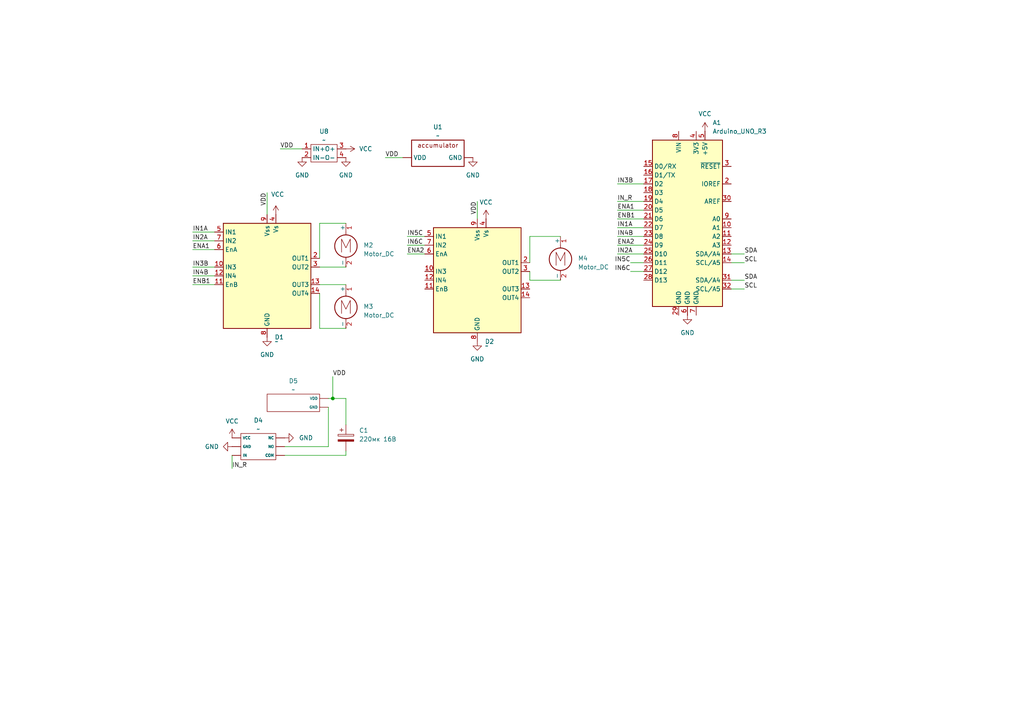
<source format=kicad_sch>
(kicad_sch
	(version 20231120)
	(generator "eeschema")
	(generator_version "8.0")
	(uuid "d1f21f6b-82ea-4524-ae08-306fd5450ac7")
	(paper "A4")
	(lib_symbols
		(symbol "Device:C_Polarized"
			(pin_numbers hide)
			(pin_names
				(offset 0.254)
			)
			(exclude_from_sim no)
			(in_bom yes)
			(on_board yes)
			(property "Reference" "C"
				(at 0.635 2.54 0)
				(effects
					(font
						(size 1.27 1.27)
					)
					(justify left)
				)
			)
			(property "Value" "C_Polarized"
				(at 0.635 -2.54 0)
				(effects
					(font
						(size 1.27 1.27)
					)
					(justify left)
				)
			)
			(property "Footprint" ""
				(at 0.9652 -3.81 0)
				(effects
					(font
						(size 1.27 1.27)
					)
					(hide yes)
				)
			)
			(property "Datasheet" "~"
				(at 0 0 0)
				(effects
					(font
						(size 1.27 1.27)
					)
					(hide yes)
				)
			)
			(property "Description" "Polarized capacitor"
				(at 0 0 0)
				(effects
					(font
						(size 1.27 1.27)
					)
					(hide yes)
				)
			)
			(property "ki_keywords" "cap capacitor"
				(at 0 0 0)
				(effects
					(font
						(size 1.27 1.27)
					)
					(hide yes)
				)
			)
			(property "ki_fp_filters" "CP_*"
				(at 0 0 0)
				(effects
					(font
						(size 1.27 1.27)
					)
					(hide yes)
				)
			)
			(symbol "C_Polarized_0_1"
				(rectangle
					(start -2.286 0.508)
					(end 2.286 1.016)
					(stroke
						(width 0)
						(type default)
					)
					(fill
						(type none)
					)
				)
				(polyline
					(pts
						(xy -1.778 2.286) (xy -0.762 2.286)
					)
					(stroke
						(width 0)
						(type default)
					)
					(fill
						(type none)
					)
				)
				(polyline
					(pts
						(xy -1.27 2.794) (xy -1.27 1.778)
					)
					(stroke
						(width 0)
						(type default)
					)
					(fill
						(type none)
					)
				)
				(rectangle
					(start 2.286 -0.508)
					(end -2.286 -1.016)
					(stroke
						(width 0)
						(type default)
					)
					(fill
						(type outline)
					)
				)
			)
			(symbol "C_Polarized_1_1"
				(pin passive line
					(at 0 3.81 270)
					(length 2.794)
					(name "~"
						(effects
							(font
								(size 1.27 1.27)
							)
						)
					)
					(number "1"
						(effects
							(font
								(size 1.27 1.27)
							)
						)
					)
				)
				(pin passive line
					(at 0 -3.81 90)
					(length 2.794)
					(name "~"
						(effects
							(font
								(size 1.27 1.27)
							)
						)
					)
					(number "2"
						(effects
							(font
								(size 1.27 1.27)
							)
						)
					)
				)
			)
		)
		(symbol "MCU_Module:Arduino_UNO_R3"
			(exclude_from_sim no)
			(in_bom yes)
			(on_board yes)
			(property "Reference" "A"
				(at -10.16 23.495 0)
				(effects
					(font
						(size 1.27 1.27)
					)
					(justify left bottom)
				)
			)
			(property "Value" "Arduino_UNO_R3"
				(at 5.08 -26.67 0)
				(effects
					(font
						(size 1.27 1.27)
					)
					(justify left top)
				)
			)
			(property "Footprint" "Module:Arduino_UNO_R3"
				(at 0 0 0)
				(effects
					(font
						(size 1.27 1.27)
						(italic yes)
					)
					(hide yes)
				)
			)
			(property "Datasheet" "https://www.arduino.cc/en/Main/arduinoBoardUno"
				(at 0 0 0)
				(effects
					(font
						(size 1.27 1.27)
					)
					(hide yes)
				)
			)
			(property "Description" "Arduino UNO Microcontroller Module, release 3"
				(at 0 0 0)
				(effects
					(font
						(size 1.27 1.27)
					)
					(hide yes)
				)
			)
			(property "ki_keywords" "Arduino UNO R3 Microcontroller Module Atmel AVR USB"
				(at 0 0 0)
				(effects
					(font
						(size 1.27 1.27)
					)
					(hide yes)
				)
			)
			(property "ki_fp_filters" "Arduino*UNO*R3*"
				(at 0 0 0)
				(effects
					(font
						(size 1.27 1.27)
					)
					(hide yes)
				)
			)
			(symbol "Arduino_UNO_R3_0_1"
				(rectangle
					(start -10.16 22.86)
					(end 10.16 -25.4)
					(stroke
						(width 0.254)
						(type default)
					)
					(fill
						(type background)
					)
				)
			)
			(symbol "Arduino_UNO_R3_1_1"
				(pin no_connect line
					(at -10.16 -20.32 0)
					(length 2.54) hide
					(name "NC"
						(effects
							(font
								(size 1.27 1.27)
							)
						)
					)
					(number "1"
						(effects
							(font
								(size 1.27 1.27)
							)
						)
					)
				)
				(pin bidirectional line
					(at 12.7 -2.54 180)
					(length 2.54)
					(name "A1"
						(effects
							(font
								(size 1.27 1.27)
							)
						)
					)
					(number "10"
						(effects
							(font
								(size 1.27 1.27)
							)
						)
					)
				)
				(pin bidirectional line
					(at 12.7 -5.08 180)
					(length 2.54)
					(name "A2"
						(effects
							(font
								(size 1.27 1.27)
							)
						)
					)
					(number "11"
						(effects
							(font
								(size 1.27 1.27)
							)
						)
					)
				)
				(pin bidirectional line
					(at 12.7 -7.62 180)
					(length 2.54)
					(name "A3"
						(effects
							(font
								(size 1.27 1.27)
							)
						)
					)
					(number "12"
						(effects
							(font
								(size 1.27 1.27)
							)
						)
					)
				)
				(pin bidirectional line
					(at 12.7 -10.16 180)
					(length 2.54)
					(name "SDA/A4"
						(effects
							(font
								(size 1.27 1.27)
							)
						)
					)
					(number "13"
						(effects
							(font
								(size 1.27 1.27)
							)
						)
					)
				)
				(pin bidirectional line
					(at 12.7 -12.7 180)
					(length 2.54)
					(name "SCL/A5"
						(effects
							(font
								(size 1.27 1.27)
							)
						)
					)
					(number "14"
						(effects
							(font
								(size 1.27 1.27)
							)
						)
					)
				)
				(pin bidirectional line
					(at -12.7 15.24 0)
					(length 2.54)
					(name "D0/RX"
						(effects
							(font
								(size 1.27 1.27)
							)
						)
					)
					(number "15"
						(effects
							(font
								(size 1.27 1.27)
							)
						)
					)
				)
				(pin bidirectional line
					(at -12.7 12.7 0)
					(length 2.54)
					(name "D1/TX"
						(effects
							(font
								(size 1.27 1.27)
							)
						)
					)
					(number "16"
						(effects
							(font
								(size 1.27 1.27)
							)
						)
					)
				)
				(pin bidirectional line
					(at -12.7 10.16 0)
					(length 2.54)
					(name "D2"
						(effects
							(font
								(size 1.27 1.27)
							)
						)
					)
					(number "17"
						(effects
							(font
								(size 1.27 1.27)
							)
						)
					)
				)
				(pin bidirectional line
					(at -12.7 7.62 0)
					(length 2.54)
					(name "D3"
						(effects
							(font
								(size 1.27 1.27)
							)
						)
					)
					(number "18"
						(effects
							(font
								(size 1.27 1.27)
							)
						)
					)
				)
				(pin bidirectional line
					(at -12.7 5.08 0)
					(length 2.54)
					(name "D4"
						(effects
							(font
								(size 1.27 1.27)
							)
						)
					)
					(number "19"
						(effects
							(font
								(size 1.27 1.27)
							)
						)
					)
				)
				(pin output line
					(at 12.7 10.16 180)
					(length 2.54)
					(name "IOREF"
						(effects
							(font
								(size 1.27 1.27)
							)
						)
					)
					(number "2"
						(effects
							(font
								(size 1.27 1.27)
							)
						)
					)
				)
				(pin bidirectional line
					(at -12.7 2.54 0)
					(length 2.54)
					(name "D5"
						(effects
							(font
								(size 1.27 1.27)
							)
						)
					)
					(number "20"
						(effects
							(font
								(size 1.27 1.27)
							)
						)
					)
				)
				(pin bidirectional line
					(at -12.7 0 0)
					(length 2.54)
					(name "D6"
						(effects
							(font
								(size 1.27 1.27)
							)
						)
					)
					(number "21"
						(effects
							(font
								(size 1.27 1.27)
							)
						)
					)
				)
				(pin bidirectional line
					(at -12.7 -2.54 0)
					(length 2.54)
					(name "D7"
						(effects
							(font
								(size 1.27 1.27)
							)
						)
					)
					(number "22"
						(effects
							(font
								(size 1.27 1.27)
							)
						)
					)
				)
				(pin bidirectional line
					(at -12.7 -5.08 0)
					(length 2.54)
					(name "D8"
						(effects
							(font
								(size 1.27 1.27)
							)
						)
					)
					(number "23"
						(effects
							(font
								(size 1.27 1.27)
							)
						)
					)
				)
				(pin bidirectional line
					(at -12.7 -7.62 0)
					(length 2.54)
					(name "D9"
						(effects
							(font
								(size 1.27 1.27)
							)
						)
					)
					(number "24"
						(effects
							(font
								(size 1.27 1.27)
							)
						)
					)
				)
				(pin bidirectional line
					(at -12.7 -10.16 0)
					(length 2.54)
					(name "D10"
						(effects
							(font
								(size 1.27 1.27)
							)
						)
					)
					(number "25"
						(effects
							(font
								(size 1.27 1.27)
							)
						)
					)
				)
				(pin bidirectional line
					(at -12.7 -12.7 0)
					(length 2.54)
					(name "D11"
						(effects
							(font
								(size 1.27 1.27)
							)
						)
					)
					(number "26"
						(effects
							(font
								(size 1.27 1.27)
							)
						)
					)
				)
				(pin bidirectional line
					(at -12.7 -15.24 0)
					(length 2.54)
					(name "D12"
						(effects
							(font
								(size 1.27 1.27)
							)
						)
					)
					(number "27"
						(effects
							(font
								(size 1.27 1.27)
							)
						)
					)
				)
				(pin bidirectional line
					(at -12.7 -17.78 0)
					(length 2.54)
					(name "D13"
						(effects
							(font
								(size 1.27 1.27)
							)
						)
					)
					(number "28"
						(effects
							(font
								(size 1.27 1.27)
							)
						)
					)
				)
				(pin power_in line
					(at -2.54 -27.94 90)
					(length 2.54)
					(name "GND"
						(effects
							(font
								(size 1.27 1.27)
							)
						)
					)
					(number "29"
						(effects
							(font
								(size 1.27 1.27)
							)
						)
					)
				)
				(pin input line
					(at 12.7 15.24 180)
					(length 2.54)
					(name "~{RESET}"
						(effects
							(font
								(size 1.27 1.27)
							)
						)
					)
					(number "3"
						(effects
							(font
								(size 1.27 1.27)
							)
						)
					)
				)
				(pin input line
					(at 12.7 5.08 180)
					(length 2.54)
					(name "AREF"
						(effects
							(font
								(size 1.27 1.27)
							)
						)
					)
					(number "30"
						(effects
							(font
								(size 1.27 1.27)
							)
						)
					)
				)
				(pin bidirectional line
					(at 12.7 -17.78 180)
					(length 2.54)
					(name "SDA/A4"
						(effects
							(font
								(size 1.27 1.27)
							)
						)
					)
					(number "31"
						(effects
							(font
								(size 1.27 1.27)
							)
						)
					)
				)
				(pin bidirectional line
					(at 12.7 -20.32 180)
					(length 2.54)
					(name "SCL/A5"
						(effects
							(font
								(size 1.27 1.27)
							)
						)
					)
					(number "32"
						(effects
							(font
								(size 1.27 1.27)
							)
						)
					)
				)
				(pin power_out line
					(at 2.54 25.4 270)
					(length 2.54)
					(name "3V3"
						(effects
							(font
								(size 1.27 1.27)
							)
						)
					)
					(number "4"
						(effects
							(font
								(size 1.27 1.27)
							)
						)
					)
				)
				(pin power_out line
					(at 5.08 25.4 270)
					(length 2.54)
					(name "+5V"
						(effects
							(font
								(size 1.27 1.27)
							)
						)
					)
					(number "5"
						(effects
							(font
								(size 1.27 1.27)
							)
						)
					)
				)
				(pin power_in line
					(at 0 -27.94 90)
					(length 2.54)
					(name "GND"
						(effects
							(font
								(size 1.27 1.27)
							)
						)
					)
					(number "6"
						(effects
							(font
								(size 1.27 1.27)
							)
						)
					)
				)
				(pin power_in line
					(at 2.54 -27.94 90)
					(length 2.54)
					(name "GND"
						(effects
							(font
								(size 1.27 1.27)
							)
						)
					)
					(number "7"
						(effects
							(font
								(size 1.27 1.27)
							)
						)
					)
				)
				(pin power_in line
					(at -2.54 25.4 270)
					(length 2.54)
					(name "VIN"
						(effects
							(font
								(size 1.27 1.27)
							)
						)
					)
					(number "8"
						(effects
							(font
								(size 1.27 1.27)
							)
						)
					)
				)
				(pin bidirectional line
					(at 12.7 0 180)
					(length 2.54)
					(name "A0"
						(effects
							(font
								(size 1.27 1.27)
							)
						)
					)
					(number "9"
						(effects
							(font
								(size 1.27 1.27)
							)
						)
					)
				)
			)
		)
		(symbol "Motor:Motor_DC"
			(pin_names
				(offset 0)
			)
			(exclude_from_sim no)
			(in_bom yes)
			(on_board yes)
			(property "Reference" "M"
				(at 2.54 2.54 0)
				(effects
					(font
						(size 1.27 1.27)
					)
					(justify left)
				)
			)
			(property "Value" "Motor_DC"
				(at 2.54 -5.08 0)
				(effects
					(font
						(size 1.27 1.27)
					)
					(justify left top)
				)
			)
			(property "Footprint" ""
				(at 0 -2.286 0)
				(effects
					(font
						(size 1.27 1.27)
					)
					(hide yes)
				)
			)
			(property "Datasheet" "~"
				(at 0 -2.286 0)
				(effects
					(font
						(size 1.27 1.27)
					)
					(hide yes)
				)
			)
			(property "Description" "DC Motor"
				(at 0 0 0)
				(effects
					(font
						(size 1.27 1.27)
					)
					(hide yes)
				)
			)
			(property "ki_keywords" "DC Motor"
				(at 0 0 0)
				(effects
					(font
						(size 1.27 1.27)
					)
					(hide yes)
				)
			)
			(property "ki_fp_filters" "PinHeader*P2.54mm* TerminalBlock*"
				(at 0 0 0)
				(effects
					(font
						(size 1.27 1.27)
					)
					(hide yes)
				)
			)
			(symbol "Motor_DC_0_0"
				(polyline
					(pts
						(xy -1.27 -3.302) (xy -1.27 0.508) (xy 0 -2.032) (xy 1.27 0.508) (xy 1.27 -3.302)
					)
					(stroke
						(width 0)
						(type default)
					)
					(fill
						(type none)
					)
				)
			)
			(symbol "Motor_DC_0_1"
				(circle
					(center 0 -1.524)
					(radius 3.2512)
					(stroke
						(width 0.254)
						(type default)
					)
					(fill
						(type none)
					)
				)
				(polyline
					(pts
						(xy 0 -7.62) (xy 0 -7.112)
					)
					(stroke
						(width 0)
						(type default)
					)
					(fill
						(type none)
					)
				)
				(polyline
					(pts
						(xy 0 -4.7752) (xy 0 -5.1816)
					)
					(stroke
						(width 0)
						(type default)
					)
					(fill
						(type none)
					)
				)
				(polyline
					(pts
						(xy 0 1.7272) (xy 0 2.0828)
					)
					(stroke
						(width 0)
						(type default)
					)
					(fill
						(type none)
					)
				)
				(polyline
					(pts
						(xy 0 2.032) (xy 0 2.54)
					)
					(stroke
						(width 0)
						(type default)
					)
					(fill
						(type none)
					)
				)
			)
			(symbol "Motor_DC_1_1"
				(pin passive line
					(at 0 5.08 270)
					(length 2.54)
					(name "+"
						(effects
							(font
								(size 1.27 1.27)
							)
						)
					)
					(number "1"
						(effects
							(font
								(size 1.27 1.27)
							)
						)
					)
				)
				(pin passive line
					(at 0 -7.62 90)
					(length 2.54)
					(name "-"
						(effects
							(font
								(size 1.27 1.27)
							)
						)
					)
					(number "2"
						(effects
							(font
								(size 1.27 1.27)
							)
						)
					)
				)
			)
		)
		(symbol "New_Library:L298N"
			(exclude_from_sim no)
			(in_bom yes)
			(on_board yes)
			(property "Reference" "D"
				(at 0 0 0)
				(effects
					(font
						(size 1.27 1.27)
					)
				)
			)
			(property "Value" ""
				(at 0 0 0)
				(effects
					(font
						(size 1.27 1.27)
					)
				)
			)
			(property "Footprint" ""
				(at 0 0 0)
				(effects
					(font
						(size 1.27 1.27)
					)
					(hide yes)
				)
			)
			(property "Datasheet" ""
				(at 0 0 0)
				(effects
					(font
						(size 1.27 1.27)
					)
					(hide yes)
				)
			)
			(property "Description" ""
				(at 0 0 0)
				(effects
					(font
						(size 1.27 1.27)
					)
					(hide yes)
				)
			)
			(symbol "L298N_0_1"
				(rectangle
					(start 2.54 17.78)
					(end 27.94 -12.7)
					(stroke
						(width 0.254)
						(type default)
					)
					(fill
						(type background)
					)
				)
			)
			(symbol "L298N_1_1"
				(pin input line
					(at 0 5.08 0)
					(length 2.54)
					(name "IN3"
						(effects
							(font
								(size 1.27 1.27)
							)
						)
					)
					(number "10"
						(effects
							(font
								(size 1.27 1.27)
							)
						)
					)
				)
				(pin input line
					(at 0 0 0)
					(length 2.54)
					(name "EnB"
						(effects
							(font
								(size 1.27 1.27)
							)
						)
					)
					(number "11"
						(effects
							(font
								(size 1.27 1.27)
							)
						)
					)
				)
				(pin input line
					(at 0 2.54 0)
					(length 2.54)
					(name "IN4"
						(effects
							(font
								(size 1.27 1.27)
							)
						)
					)
					(number "12"
						(effects
							(font
								(size 1.27 1.27)
							)
						)
					)
				)
				(pin output line
					(at 30.48 0 180)
					(length 2.54)
					(name "OUT3"
						(effects
							(font
								(size 1.27 1.27)
							)
						)
					)
					(number "13"
						(effects
							(font
								(size 1.27 1.27)
							)
						)
					)
				)
				(pin output line
					(at 30.48 -2.54 180)
					(length 2.54)
					(name "OUT4"
						(effects
							(font
								(size 1.27 1.27)
							)
						)
					)
					(number "14"
						(effects
							(font
								(size 1.27 1.27)
							)
						)
					)
				)
				(pin output line
					(at 30.48 7.62 180)
					(length 2.54)
					(name "OUT1"
						(effects
							(font
								(size 1.27 1.27)
							)
						)
					)
					(number "2"
						(effects
							(font
								(size 1.27 1.27)
							)
						)
					)
				)
				(pin output line
					(at 30.48 5.08 180)
					(length 2.54)
					(name "OUT2"
						(effects
							(font
								(size 1.27 1.27)
							)
						)
					)
					(number "3"
						(effects
							(font
								(size 1.27 1.27)
							)
						)
					)
				)
				(pin power_in line
					(at 17.78 20.32 270)
					(length 2.54)
					(name "Vs"
						(effects
							(font
								(size 1.27 1.27)
							)
						)
					)
					(number "4"
						(effects
							(font
								(size 1.27 1.27)
							)
						)
					)
				)
				(pin input line
					(at 0 15.24 0)
					(length 2.54)
					(name "IN1"
						(effects
							(font
								(size 1.27 1.27)
							)
						)
					)
					(number "5"
						(effects
							(font
								(size 1.27 1.27)
							)
						)
					)
				)
				(pin input line
					(at 0 10.16 0)
					(length 2.54)
					(name "EnA"
						(effects
							(font
								(size 1.27 1.27)
							)
						)
					)
					(number "6"
						(effects
							(font
								(size 1.27 1.27)
							)
						)
					)
				)
				(pin input line
					(at 0 12.7 0)
					(length 2.54)
					(name "IN2"
						(effects
							(font
								(size 1.27 1.27)
							)
						)
					)
					(number "7"
						(effects
							(font
								(size 1.27 1.27)
							)
						)
					)
				)
				(pin power_in line
					(at 15.24 -15.24 90)
					(length 2.54)
					(name "GND"
						(effects
							(font
								(size 1.27 1.27)
							)
						)
					)
					(number "8"
						(effects
							(font
								(size 1.27 1.27)
							)
						)
					)
				)
				(pin power_in line
					(at 15.24 20.32 270)
					(length 2.54)
					(name "Vss"
						(effects
							(font
								(size 1.27 1.27)
							)
						)
					)
					(number "9"
						(effects
							(font
								(size 1.27 1.27)
							)
						)
					)
				)
			)
		)
		(symbol "New_Library:accumulator_11.1_V_1800_mAh"
			(exclude_from_sim no)
			(in_bom yes)
			(on_board yes)
			(property "Reference" "U"
				(at 10.16 6.858 0)
				(effects
					(font
						(size 1.27 1.27)
					)
				)
			)
			(property "Value" ""
				(at 10.16 2.54 0)
				(effects
					(font
						(size 1.27 1.27)
					)
				)
			)
			(property "Footprint" ""
				(at 10.16 2.54 0)
				(effects
					(font
						(size 1.27 1.27)
					)
					(hide yes)
				)
			)
			(property "Datasheet" ""
				(at 10.16 2.54 0)
				(effects
					(font
						(size 1.27 1.27)
					)
					(hide yes)
				)
			)
			(property "Description" ""
				(at 10.16 2.54 0)
				(effects
					(font
						(size 1.27 1.27)
					)
					(hide yes)
				)
			)
			(symbol "accumulator_11.1_V_1800_mAh_1_0"
				(pin output line
					(at 20.32 0 180)
					(length 2.54)
					(name "GND"
						(effects
							(font
								(size 1.27 1.27)
							)
						)
					)
					(number ""
						(effects
							(font
								(size 1.27 1.27)
							)
						)
					)
				)
				(pin output line
					(at 0 0 0)
					(length 2.54)
					(name "VDD"
						(effects
							(font
								(size 1.27 1.27)
							)
						)
					)
					(number ""
						(effects
							(font
								(size 1.27 1.27)
							)
						)
					)
				)
			)
			(symbol "accumulator_11.1_V_1800_mAh_1_1"
				(rectangle
					(start 2.54 5.08)
					(end 17.78 -2.54)
					(stroke
						(width 0.254)
						(type default)
					)
					(fill
						(type none)
					)
				)
				(text "accumulator"
					(at 10.16 3.556 0)
					(effects
						(font
							(size 1.27 1.27)
						)
					)
				)
			)
		)
		(symbol "New_Library_0:DC-DC"
			(exclude_from_sim no)
			(in_bom yes)
			(on_board yes)
			(property "Reference" "U"
				(at 0 4.318 0)
				(effects
					(font
						(size 1.27 1.27)
					)
				)
			)
			(property "Value" ""
				(at 0 0 0)
				(effects
					(font
						(size 1.27 1.27)
					)
				)
			)
			(property "Footprint" ""
				(at 0 0 0)
				(effects
					(font
						(size 1.27 1.27)
					)
					(hide yes)
				)
			)
			(property "Datasheet" ""
				(at 0 0 0)
				(effects
					(font
						(size 1.27 1.27)
					)
					(hide yes)
				)
			)
			(property "Description" ""
				(at 0 0 0)
				(effects
					(font
						(size 1.27 1.27)
					)
					(hide yes)
				)
			)
			(symbol "DC-DC_0_1"
				(rectangle
					(start -3.81 2.54)
					(end 3.81 -2.54)
					(stroke
						(width 0)
						(type default)
					)
					(fill
						(type none)
					)
				)
			)
			(symbol "DC-DC_1_1"
				(pin input line
					(at -6.35 1.27 0)
					(length 2.54)
					(name "IN+"
						(effects
							(font
								(size 1.27 1.27)
							)
						)
					)
					(number "1"
						(effects
							(font
								(size 1.27 1.27)
							)
						)
					)
				)
				(pin input line
					(at -6.35 -1.27 0)
					(length 2.54)
					(name "IN-"
						(effects
							(font
								(size 1.27 1.27)
							)
						)
					)
					(number "2"
						(effects
							(font
								(size 1.27 1.27)
							)
						)
					)
				)
				(pin input line
					(at 6.35 1.27 180)
					(length 2.54)
					(name "O+"
						(effects
							(font
								(size 1.27 1.27)
							)
						)
					)
					(number "3"
						(effects
							(font
								(size 1.27 1.27)
							)
						)
					)
				)
				(pin input line
					(at 6.35 -1.27 180)
					(length 2.54)
					(name "O-"
						(effects
							(font
								(size 1.27 1.27)
							)
						)
					)
					(number "4"
						(effects
							(font
								(size 1.27 1.27)
							)
						)
					)
				)
			)
		)
		(symbol "Rele:R"
			(exclude_from_sim no)
			(in_bom yes)
			(on_board yes)
			(property "Reference" "D"
				(at 0 0 0)
				(effects
					(font
						(size 1.27 1.27)
					)
				)
			)
			(property "Value" ""
				(at 0 0 0)
				(effects
					(font
						(size 1.27 1.27)
					)
				)
			)
			(property "Footprint" ""
				(at 0 0 0)
				(effects
					(font
						(size 1.27 1.27)
					)
					(hide yes)
				)
			)
			(property "Datasheet" ""
				(at 0 0 0)
				(effects
					(font
						(size 1.27 1.27)
					)
					(hide yes)
				)
			)
			(property "Description" ""
				(at 0 0 0)
				(effects
					(font
						(size 1.27 1.27)
					)
					(hide yes)
				)
			)
			(symbol "R_0_1"
				(rectangle
					(start -5.08 -2.54)
					(end 5.08 -10.16)
					(stroke
						(width 0)
						(type default)
					)
					(fill
						(type none)
					)
				)
			)
			(symbol "R_1_1"
				(pin output line
					(at 7.62 -8.89 180)
					(length 2.54)
					(name "COM"
						(effects
							(font
								(size 0.762 0.762)
							)
						)
					)
					(number ""
						(effects
							(font
								(size 1.27 1.27)
							)
						)
					)
				)
				(pin input line
					(at -7.62 -6.35 0)
					(length 2.54)
					(name "GND"
						(effects
							(font
								(size 0.762 0.762)
							)
						)
					)
					(number ""
						(effects
							(font
								(size 1.27 1.27)
							)
						)
					)
				)
				(pin input line
					(at -7.62 -8.89 0)
					(length 2.54)
					(name "IN"
						(effects
							(font
								(size 0.762 0.762)
							)
						)
					)
					(number ""
						(effects
							(font
								(size 1.27 1.27)
							)
						)
					)
				)
				(pin output line
					(at 7.62 -3.81 180)
					(length 2.54)
					(name "NC"
						(effects
							(font
								(size 0.762 0.762)
							)
						)
					)
					(number ""
						(effects
							(font
								(size 1.27 1.27)
							)
						)
					)
				)
				(pin output line
					(at 7.62 -6.35 180)
					(length 2.54)
					(name "NO"
						(effects
							(font
								(size 0.762 0.762)
							)
						)
					)
					(number ""
						(effects
							(font
								(size 1.27 1.27)
							)
						)
					)
				)
				(pin input line
					(at -7.62 -3.81 0)
					(length 2.54)
					(name "VCC"
						(effects
							(font
								(size 0.762 0.762)
							)
						)
					)
					(number ""
						(effects
							(font
								(size 1.27 1.27)
							)
						)
					)
				)
			)
		)
		(symbol "power:GND"
			(power)
			(pin_numbers hide)
			(pin_names
				(offset 0) hide)
			(exclude_from_sim no)
			(in_bom yes)
			(on_board yes)
			(property "Reference" "#PWR"
				(at 0 -6.35 0)
				(effects
					(font
						(size 1.27 1.27)
					)
					(hide yes)
				)
			)
			(property "Value" "GND"
				(at 0 -3.81 0)
				(effects
					(font
						(size 1.27 1.27)
					)
				)
			)
			(property "Footprint" ""
				(at 0 0 0)
				(effects
					(font
						(size 1.27 1.27)
					)
					(hide yes)
				)
			)
			(property "Datasheet" ""
				(at 0 0 0)
				(effects
					(font
						(size 1.27 1.27)
					)
					(hide yes)
				)
			)
			(property "Description" "Power symbol creates a global label with name \"GND\" , ground"
				(at 0 0 0)
				(effects
					(font
						(size 1.27 1.27)
					)
					(hide yes)
				)
			)
			(property "ki_keywords" "global power"
				(at 0 0 0)
				(effects
					(font
						(size 1.27 1.27)
					)
					(hide yes)
				)
			)
			(symbol "GND_0_1"
				(polyline
					(pts
						(xy 0 0) (xy 0 -1.27) (xy 1.27 -1.27) (xy 0 -2.54) (xy -1.27 -1.27) (xy 0 -1.27)
					)
					(stroke
						(width 0)
						(type default)
					)
					(fill
						(type none)
					)
				)
			)
			(symbol "GND_1_1"
				(pin power_in line
					(at 0 0 270)
					(length 0)
					(name "~"
						(effects
							(font
								(size 1.27 1.27)
							)
						)
					)
					(number "1"
						(effects
							(font
								(size 1.27 1.27)
							)
						)
					)
				)
			)
		)
		(symbol "power:VCC"
			(power)
			(pin_numbers hide)
			(pin_names
				(offset 0) hide)
			(exclude_from_sim no)
			(in_bom yes)
			(on_board yes)
			(property "Reference" "#PWR"
				(at 0 -3.81 0)
				(effects
					(font
						(size 1.27 1.27)
					)
					(hide yes)
				)
			)
			(property "Value" "VCC"
				(at 0 3.556 0)
				(effects
					(font
						(size 1.27 1.27)
					)
				)
			)
			(property "Footprint" ""
				(at 0 0 0)
				(effects
					(font
						(size 1.27 1.27)
					)
					(hide yes)
				)
			)
			(property "Datasheet" ""
				(at 0 0 0)
				(effects
					(font
						(size 1.27 1.27)
					)
					(hide yes)
				)
			)
			(property "Description" "Power symbol creates a global label with name \"VCC\""
				(at 0 0 0)
				(effects
					(font
						(size 1.27 1.27)
					)
					(hide yes)
				)
			)
			(property "ki_keywords" "global power"
				(at 0 0 0)
				(effects
					(font
						(size 1.27 1.27)
					)
					(hide yes)
				)
			)
			(symbol "VCC_0_1"
				(polyline
					(pts
						(xy -0.762 1.27) (xy 0 2.54)
					)
					(stroke
						(width 0)
						(type default)
					)
					(fill
						(type none)
					)
				)
				(polyline
					(pts
						(xy 0 0) (xy 0 2.54)
					)
					(stroke
						(width 0)
						(type default)
					)
					(fill
						(type none)
					)
				)
				(polyline
					(pts
						(xy 0 2.54) (xy 0.762 1.27)
					)
					(stroke
						(width 0)
						(type default)
					)
					(fill
						(type none)
					)
				)
			)
			(symbol "VCC_1_1"
				(pin power_in line
					(at 0 0 90)
					(length 0)
					(name "~"
						(effects
							(font
								(size 1.27 1.27)
							)
						)
					)
					(number "1"
						(effects
							(font
								(size 1.27 1.27)
							)
						)
					)
				)
			)
		)
		(symbol "soleniod:small_push-pull_solenid"
			(exclude_from_sim no)
			(in_bom yes)
			(on_board yes)
			(property "Reference" "D"
				(at 0 0 0)
				(effects
					(font
						(size 1.27 1.27)
					)
				)
			)
			(property "Value" ""
				(at 0 0 0)
				(effects
					(font
						(size 1.27 1.27)
					)
				)
			)
			(property "Footprint" ""
				(at 0 0 0)
				(effects
					(font
						(size 1.27 1.27)
					)
					(hide yes)
				)
			)
			(property "Datasheet" ""
				(at 0 0 0)
				(effects
					(font
						(size 1.27 1.27)
					)
					(hide yes)
				)
			)
			(property "Description" ""
				(at 0 0 0)
				(effects
					(font
						(size 1.27 1.27)
					)
					(hide yes)
				)
			)
			(symbol "small_push-pull_solenid_0_1"
				(rectangle
					(start -7.62 -2.54)
					(end 7.62 -7.62)
					(stroke
						(width 0)
						(type default)
					)
					(fill
						(type none)
					)
				)
			)
			(symbol "small_push-pull_solenid_1_1"
				(pin output line
					(at 10.16 -6.35 180)
					(length 2.54)
					(name "GND"
						(effects
							(font
								(size 0.762 0.762)
							)
						)
					)
					(number ""
						(effects
							(font
								(size 1.27 1.27)
							)
						)
					)
				)
				(pin input line
					(at 10.16 -3.81 180)
					(length 2.54)
					(name "VDD"
						(effects
							(font
								(size 0.762 0.762)
							)
						)
					)
					(number ""
						(effects
							(font
								(size 1.27 1.27)
							)
						)
					)
				)
			)
		)
	)
	(junction
		(at 96.52 115.57)
		(diameter 0)
		(color 0 0 0 0)
		(uuid "674f8eb4-820e-492c-8335-3e98301ef299")
	)
	(wire
		(pts
			(xy 96.52 115.57) (xy 100.33 115.57)
		)
		(stroke
			(width 0)
			(type default)
		)
		(uuid "00ca72cb-a939-48d5-94ff-38524b72afb3")
	)
	(wire
		(pts
			(xy 186.69 78.74) (xy 182.88 78.74)
		)
		(stroke
			(width 0)
			(type default)
		)
		(uuid "05a72d01-7edc-4933-9eb6-94b40d424bdd")
	)
	(wire
		(pts
			(xy 81.28 43.18) (xy 87.63 43.18)
		)
		(stroke
			(width 0)
			(type default)
		)
		(uuid "112949db-7b6c-439d-a529-661678a9f4a5")
	)
	(wire
		(pts
			(xy 92.71 77.47) (xy 100.33 77.47)
		)
		(stroke
			(width 0)
			(type default)
		)
		(uuid "166ed12e-9a1e-4b6b-92d3-fe9150d4da40")
	)
	(wire
		(pts
			(xy 186.69 76.2) (xy 182.88 76.2)
		)
		(stroke
			(width 0)
			(type default)
		)
		(uuid "225be66a-1e54-4883-bce2-79a33430dd60")
	)
	(wire
		(pts
			(xy 100.33 64.77) (xy 92.71 64.77)
		)
		(stroke
			(width 0)
			(type default)
		)
		(uuid "2a3ab750-e407-4e0f-a604-2d720fe0e5c9")
	)
	(wire
		(pts
			(xy 212.09 81.28) (xy 215.9 81.28)
		)
		(stroke
			(width 0)
			(type default)
		)
		(uuid "2c52f9c9-4960-4e9a-9d3d-2c3571413fab")
	)
	(wire
		(pts
			(xy 92.71 95.25) (xy 92.71 85.09)
		)
		(stroke
			(width 0)
			(type default)
		)
		(uuid "3150d8a6-a622-4a23-a554-afe897c09335")
	)
	(wire
		(pts
			(xy 82.55 132.08) (xy 100.33 132.08)
		)
		(stroke
			(width 0)
			(type default)
		)
		(uuid "34394889-52cf-4c25-83ec-f050829ac43e")
	)
	(wire
		(pts
			(xy 153.67 81.28) (xy 162.56 81.28)
		)
		(stroke
			(width 0)
			(type default)
		)
		(uuid "3daa843d-9835-43b0-a3ed-7e428b6b7b1e")
	)
	(wire
		(pts
			(xy 82.55 129.54) (xy 95.25 129.54)
		)
		(stroke
			(width 0)
			(type default)
		)
		(uuid "43f5fcac-2195-455a-b61d-d8102b429d86")
	)
	(wire
		(pts
			(xy 67.31 132.08) (xy 67.31 135.89)
		)
		(stroke
			(width 0)
			(type default)
		)
		(uuid "4bae7381-738c-453e-b22b-8dfd5bd8b268")
	)
	(wire
		(pts
			(xy 100.33 132.08) (xy 100.33 130.81)
		)
		(stroke
			(width 0)
			(type default)
		)
		(uuid "539ddf59-0119-48c5-97bb-6b5ac809a71c")
	)
	(wire
		(pts
			(xy 55.88 82.55) (xy 62.23 82.55)
		)
		(stroke
			(width 0)
			(type default)
		)
		(uuid "55c93b4c-6d20-4a62-a30c-049418c175cd")
	)
	(wire
		(pts
			(xy 55.88 67.31) (xy 62.23 67.31)
		)
		(stroke
			(width 0)
			(type default)
		)
		(uuid "594a4975-5f1c-4512-ae65-86c86eb1eb01")
	)
	(wire
		(pts
			(xy 153.67 76.2) (xy 153.67 68.58)
		)
		(stroke
			(width 0)
			(type default)
		)
		(uuid "5cb7d2ec-663a-4b24-bb3a-e6e4a8ce4de9")
	)
	(wire
		(pts
			(xy 212.09 76.2) (xy 215.9 76.2)
		)
		(stroke
			(width 0)
			(type default)
		)
		(uuid "6d9cbafe-87ed-40db-9227-4ddb35bef89f")
	)
	(wire
		(pts
			(xy 55.88 69.85) (xy 62.23 69.85)
		)
		(stroke
			(width 0)
			(type default)
		)
		(uuid "729842b2-ca91-45c9-bb3a-6f32aebcee82")
	)
	(wire
		(pts
			(xy 153.67 78.74) (xy 153.67 81.28)
		)
		(stroke
			(width 0)
			(type default)
		)
		(uuid "7c386b54-14ba-4432-8c30-5a0874ff4aa4")
	)
	(wire
		(pts
			(xy 92.71 82.55) (xy 100.33 82.55)
		)
		(stroke
			(width 0)
			(type default)
		)
		(uuid "822ac17f-7a06-4588-ad94-e3ae53d32ae5")
	)
	(wire
		(pts
			(xy 179.07 53.34) (xy 186.69 53.34)
		)
		(stroke
			(width 0)
			(type default)
		)
		(uuid "86097e85-03b3-4b49-9233-b12c62b87b9f")
	)
	(wire
		(pts
			(xy 96.52 109.22) (xy 96.52 115.57)
		)
		(stroke
			(width 0)
			(type default)
		)
		(uuid "86431d7c-00c5-42ba-b0e3-2cdbd52e838e")
	)
	(wire
		(pts
			(xy 179.07 58.42) (xy 186.69 58.42)
		)
		(stroke
			(width 0)
			(type default)
		)
		(uuid "864ef10a-a653-4749-a8ee-ab1156e673fe")
	)
	(wire
		(pts
			(xy 179.07 73.66) (xy 186.69 73.66)
		)
		(stroke
			(width 0)
			(type default)
		)
		(uuid "8888d469-f3a5-4f90-83c8-718df3f3cbfa")
	)
	(wire
		(pts
			(xy 179.07 60.96) (xy 186.69 60.96)
		)
		(stroke
			(width 0)
			(type default)
		)
		(uuid "8a6e4c54-865c-4b54-90f2-cbe0c4f5b964")
	)
	(wire
		(pts
			(xy 179.07 71.12) (xy 186.69 71.12)
		)
		(stroke
			(width 0)
			(type default)
		)
		(uuid "8da4c8f2-9076-4013-9efc-4355a7d5cc19")
	)
	(wire
		(pts
			(xy 212.09 73.66) (xy 215.9 73.66)
		)
		(stroke
			(width 0)
			(type default)
		)
		(uuid "98ee9152-bdea-475b-87ed-f8accd7df71b")
	)
	(wire
		(pts
			(xy 118.11 71.12) (xy 123.19 71.12)
		)
		(stroke
			(width 0)
			(type default)
		)
		(uuid "9936c615-13cf-49b0-b0ef-ece85a0daca6")
	)
	(wire
		(pts
			(xy 212.09 83.82) (xy 215.9 83.82)
		)
		(stroke
			(width 0)
			(type default)
		)
		(uuid "9bd64e60-d205-47f2-b065-6b66d555d0fa")
	)
	(wire
		(pts
			(xy 153.67 68.58) (xy 162.56 68.58)
		)
		(stroke
			(width 0)
			(type default)
		)
		(uuid "ab160d4b-cf8d-47dc-bbe3-accac5e3bf1b")
	)
	(wire
		(pts
			(xy 95.25 129.54) (xy 95.25 118.11)
		)
		(stroke
			(width 0)
			(type default)
		)
		(uuid "b5e9f6d2-2028-4033-a280-c445cd63e5a8")
	)
	(wire
		(pts
			(xy 100.33 115.57) (xy 100.33 123.19)
		)
		(stroke
			(width 0)
			(type default)
		)
		(uuid "bdbba99a-761e-4788-b07c-15d00178d68c")
	)
	(wire
		(pts
			(xy 111.76 45.72) (xy 116.84 45.72)
		)
		(stroke
			(width 0)
			(type default)
		)
		(uuid "bf65c8fc-d1fb-43e1-9f90-7f94bd4a0549")
	)
	(wire
		(pts
			(xy 179.07 63.5) (xy 186.69 63.5)
		)
		(stroke
			(width 0)
			(type default)
		)
		(uuid "c19197af-85c7-403a-95eb-e5693fb7ed64")
	)
	(wire
		(pts
			(xy 118.11 68.58) (xy 123.19 68.58)
		)
		(stroke
			(width 0)
			(type default)
		)
		(uuid "c55a86e9-495e-4025-8646-cb9bb4151f11")
	)
	(wire
		(pts
			(xy 77.47 55.88) (xy 77.47 62.23)
		)
		(stroke
			(width 0)
			(type default)
		)
		(uuid "c5e59373-4305-4858-9505-196d020e8a2e")
	)
	(wire
		(pts
			(xy 118.11 73.66) (xy 123.19 73.66)
		)
		(stroke
			(width 0)
			(type default)
		)
		(uuid "c71186c0-5174-4af1-b68b-1e1af974fcd1")
	)
	(wire
		(pts
			(xy 95.25 115.57) (xy 96.52 115.57)
		)
		(stroke
			(width 0)
			(type default)
		)
		(uuid "cf8d8e44-2c1a-4f54-92a0-f08e321424b0")
	)
	(wire
		(pts
			(xy 179.07 66.04) (xy 186.69 66.04)
		)
		(stroke
			(width 0)
			(type default)
		)
		(uuid "d2989f33-3b8a-4b11-af2a-71ac5b5f3f62")
	)
	(wire
		(pts
			(xy 100.33 95.25) (xy 92.71 95.25)
		)
		(stroke
			(width 0)
			(type default)
		)
		(uuid "d38ee679-b1fa-4113-8d71-3eb008282dab")
	)
	(wire
		(pts
			(xy 55.88 80.01) (xy 62.23 80.01)
		)
		(stroke
			(width 0)
			(type default)
		)
		(uuid "d5975c4b-c386-4453-9ee0-a4437fbd8d84")
	)
	(wire
		(pts
			(xy 138.43 58.42) (xy 138.43 63.5)
		)
		(stroke
			(width 0)
			(type default)
		)
		(uuid "d770a028-849e-47a9-a2dd-d806d3ab6aa5")
	)
	(wire
		(pts
			(xy 92.71 64.77) (xy 92.71 74.93)
		)
		(stroke
			(width 0)
			(type default)
		)
		(uuid "de2425b2-1681-4887-a5af-3b12d2c90af7")
	)
	(wire
		(pts
			(xy 62.23 72.39) (xy 55.88 72.39)
		)
		(stroke
			(width 0)
			(type default)
		)
		(uuid "e54217a1-2410-4415-8482-2204257c53af")
	)
	(wire
		(pts
			(xy 179.07 68.58) (xy 186.69 68.58)
		)
		(stroke
			(width 0)
			(type default)
		)
		(uuid "f75e1d63-f737-42c4-ad57-d57cc9bdd4cc")
	)
	(wire
		(pts
			(xy 55.88 77.47) (xy 62.23 77.47)
		)
		(stroke
			(width 0)
			(type default)
		)
		(uuid "fab145b3-d90d-4f0a-826f-5a13405e30c9")
	)
	(label "IN6C"
		(at 182.88 78.74 180)
		(fields_autoplaced yes)
		(effects
			(font
				(size 1.27 1.27)
			)
			(justify right bottom)
		)
		(uuid "048610e3-5260-42eb-9910-09b2fa99cd52")
	)
	(label "VDD"
		(at 138.43 58.42 270)
		(fields_autoplaced yes)
		(effects
			(font
				(size 1.27 1.27)
			)
			(justify right bottom)
		)
		(uuid "12449c89-6e91-4144-9c2f-a1b45c7a4340")
	)
	(label "VDD"
		(at 111.76 45.72 0)
		(fields_autoplaced yes)
		(effects
			(font
				(size 1.27 1.27)
			)
			(justify left bottom)
		)
		(uuid "1303ecda-f74e-42c3-94f9-21b59b0498b4")
	)
	(label "IN1A"
		(at 55.88 67.31 0)
		(fields_autoplaced yes)
		(effects
			(font
				(size 1.27 1.27)
			)
			(justify left bottom)
		)
		(uuid "1a655963-bf39-407e-b0a5-84c5088c1370")
	)
	(label "SCL"
		(at 215.9 83.82 0)
		(fields_autoplaced yes)
		(effects
			(font
				(size 1.27 1.27)
			)
			(justify left bottom)
		)
		(uuid "1c7bee3e-d57d-4efc-b51d-46da30e5cba6")
	)
	(label "IN6C"
		(at 118.11 71.12 0)
		(fields_autoplaced yes)
		(effects
			(font
				(size 1.27 1.27)
			)
			(justify left bottom)
		)
		(uuid "1ecdf851-1b95-4683-bc54-f3719a7c95a4")
	)
	(label "IN5C"
		(at 118.11 68.58 0)
		(fields_autoplaced yes)
		(effects
			(font
				(size 1.27 1.27)
			)
			(justify left bottom)
		)
		(uuid "362f2070-709b-4ec5-81ad-294811afadfe")
	)
	(label "ENA1"
		(at 179.07 60.96 0)
		(fields_autoplaced yes)
		(effects
			(font
				(size 1.27 1.27)
			)
			(justify left bottom)
		)
		(uuid "37b58dd1-01bd-4ce4-8876-9978b672c78a")
	)
	(label "VDD"
		(at 96.52 109.22 0)
		(fields_autoplaced yes)
		(effects
			(font
				(size 1.27 1.27)
			)
			(justify left bottom)
		)
		(uuid "3c3f03c8-d2c5-448f-8ec0-e5b0fcf03a2a")
	)
	(label "IN4B"
		(at 55.88 80.01 0)
		(fields_autoplaced yes)
		(effects
			(font
				(size 1.27 1.27)
			)
			(justify left bottom)
		)
		(uuid "3ded9e70-9f22-4f40-8546-bf42c4f9e2e9")
	)
	(label "IN_R"
		(at 67.31 135.89 0)
		(fields_autoplaced yes)
		(effects
			(font
				(size 1.27 1.27)
			)
			(justify left bottom)
		)
		(uuid "4c1ec308-7236-487b-a199-6315a26a9eef")
	)
	(label "ENA2"
		(at 179.07 71.12 0)
		(fields_autoplaced yes)
		(effects
			(font
				(size 1.27 1.27)
			)
			(justify left bottom)
		)
		(uuid "5a8f3f0d-9f45-42ec-a666-da96ddd6477b")
	)
	(label "IN_R"
		(at 179.07 58.42 0)
		(fields_autoplaced yes)
		(effects
			(font
				(size 1.27 1.27)
			)
			(justify left bottom)
		)
		(uuid "6dc59c11-9149-4ae3-9ef1-fa50b4cc5df0")
	)
	(label "VDD"
		(at 77.47 55.88 270)
		(fields_autoplaced yes)
		(effects
			(font
				(size 1.27 1.27)
			)
			(justify right bottom)
		)
		(uuid "71e8ebea-c3a8-4236-87f0-e67fdee281d4")
	)
	(label "IN2A"
		(at 55.88 69.85 0)
		(fields_autoplaced yes)
		(effects
			(font
				(size 1.27 1.27)
			)
			(justify left bottom)
		)
		(uuid "7f02ec09-e569-4d7d-b1a9-d96c3a97d49e")
	)
	(label "ENA1"
		(at 55.88 72.39 0)
		(fields_autoplaced yes)
		(effects
			(font
				(size 1.27 1.27)
			)
			(justify left bottom)
		)
		(uuid "812f6e73-8cf3-4ccb-be9d-1178e9d6d954")
	)
	(label "IN1A"
		(at 179.07 66.04 0)
		(fields_autoplaced yes)
		(effects
			(font
				(size 1.27 1.27)
			)
			(justify left bottom)
		)
		(uuid "90970d91-5976-4b25-af82-ccd00a2eecb8")
	)
	(label "IN4B"
		(at 179.07 68.58 0)
		(fields_autoplaced yes)
		(effects
			(font
				(size 1.27 1.27)
			)
			(justify left bottom)
		)
		(uuid "9a926978-7f55-493f-b34d-84d8ab0694f5")
	)
	(label "SDA"
		(at 215.9 81.28 0)
		(fields_autoplaced yes)
		(effects
			(font
				(size 1.27 1.27)
			)
			(justify left bottom)
		)
		(uuid "9c64893a-38d1-4f2c-adf2-f9e0919420c6")
	)
	(label "IN3B"
		(at 179.07 53.34 0)
		(fields_autoplaced yes)
		(effects
			(font
				(size 1.27 1.27)
			)
			(justify left bottom)
		)
		(uuid "bdd984e3-5576-411b-b648-a7e2dd48c667")
	)
	(label "ENA2"
		(at 118.11 73.66 0)
		(fields_autoplaced yes)
		(effects
			(font
				(size 1.27 1.27)
			)
			(justify left bottom)
		)
		(uuid "c25bc01b-8ca2-4922-9fa5-f6ec91a612ea")
	)
	(label "SDA"
		(at 215.9 73.66 0)
		(fields_autoplaced yes)
		(effects
			(font
				(size 1.27 1.27)
			)
			(justify left bottom)
		)
		(uuid "c519c70b-9070-4a60-bf55-85905c7bf291")
	)
	(label "SCL"
		(at 215.9 76.2 0)
		(fields_autoplaced yes)
		(effects
			(font
				(size 1.27 1.27)
			)
			(justify left bottom)
		)
		(uuid "dfae2e5a-6480-47bd-8fbf-90f647effca9")
	)
	(label "ENB1"
		(at 179.07 63.5 0)
		(fields_autoplaced yes)
		(effects
			(font
				(size 1.27 1.27)
			)
			(justify left bottom)
		)
		(uuid "e06034b5-0617-4980-8528-03a7f9c789a6")
	)
	(label "ENB1"
		(at 55.88 82.55 0)
		(fields_autoplaced yes)
		(effects
			(font
				(size 1.27 1.27)
			)
			(justify left bottom)
		)
		(uuid "e238a23c-ab5c-40c6-9f42-4b4a9dcfa322")
	)
	(label "IN5C"
		(at 182.88 76.2 180)
		(fields_autoplaced yes)
		(effects
			(font
				(size 1.27 1.27)
			)
			(justify right bottom)
		)
		(uuid "ec5037cf-3537-4e8a-a3b7-badb5f1cf204")
	)
	(label "IN2A"
		(at 179.07 73.66 0)
		(fields_autoplaced yes)
		(effects
			(font
				(size 1.27 1.27)
			)
			(justify left bottom)
		)
		(uuid "f2a293ef-4277-4452-9906-202b851af38e")
	)
	(label "IN3B"
		(at 55.88 77.47 0)
		(fields_autoplaced yes)
		(effects
			(font
				(size 1.27 1.27)
			)
			(justify left bottom)
		)
		(uuid "f4632dfe-4c63-4cbd-a6e3-19931a624ccf")
	)
	(label "VDD"
		(at 81.28 43.18 0)
		(fields_autoplaced yes)
		(effects
			(font
				(size 1.27 1.27)
			)
			(justify left bottom)
		)
		(uuid "fd059658-acd2-47d0-8c79-f8a4fd17442e")
	)
	(symbol
		(lib_id "power:VCC")
		(at 67.31 127 0)
		(unit 1)
		(exclude_from_sim no)
		(in_bom yes)
		(on_board yes)
		(dnp no)
		(uuid "150d05a2-9444-47c7-a169-aae33718d368")
		(property "Reference" "#PWR01"
			(at 67.31 130.81 0)
			(effects
				(font
					(size 1.27 1.27)
				)
				(hide yes)
			)
		)
		(property "Value" "VCC"
			(at 67.31 122.174 0)
			(effects
				(font
					(size 1.27 1.27)
				)
			)
		)
		(property "Footprint" ""
			(at 67.31 127 0)
			(effects
				(font
					(size 1.27 1.27)
				)
				(hide yes)
			)
		)
		(property "Datasheet" ""
			(at 67.31 127 0)
			(effects
				(font
					(size 1.27 1.27)
				)
				(hide yes)
			)
		)
		(property "Description" "Power symbol creates a global label with name \"VCC\""
			(at 67.31 127 0)
			(effects
				(font
					(size 1.27 1.27)
				)
				(hide yes)
			)
		)
		(pin "1"
			(uuid "ca38c6c9-0657-4ed7-9e9f-64148741267c")
		)
		(instances
			(project "circuitDiagram"
				(path "/d1f21f6b-82ea-4524-ae08-306fd5450ac7"
					(reference "#PWR01")
					(unit 1)
				)
			)
		)
	)
	(symbol
		(lib_id "Motor:Motor_DC")
		(at 162.56 73.66 0)
		(unit 1)
		(exclude_from_sim no)
		(in_bom yes)
		(on_board yes)
		(dnp no)
		(fields_autoplaced yes)
		(uuid "15fe478a-eb33-4745-999c-6150e9f2e29e")
		(property "Reference" "M4"
			(at 167.64 74.9299 0)
			(effects
				(font
					(size 1.27 1.27)
				)
				(justify left)
			)
		)
		(property "Value" "Motor_DC"
			(at 167.64 77.4699 0)
			(effects
				(font
					(size 1.27 1.27)
				)
				(justify left)
			)
		)
		(property "Footprint" ""
			(at 162.56 75.946 0)
			(effects
				(font
					(size 1.27 1.27)
				)
				(hide yes)
			)
		)
		(property "Datasheet" "~"
			(at 162.56 75.946 0)
			(effects
				(font
					(size 1.27 1.27)
				)
				(hide yes)
			)
		)
		(property "Description" "DC Motor"
			(at 162.56 73.66 0)
			(effects
				(font
					(size 1.27 1.27)
				)
				(hide yes)
			)
		)
		(pin "1"
			(uuid "c84c6dc3-1e97-454e-8e27-746bd506db07")
		)
		(pin "2"
			(uuid "5e36615f-562a-4346-9f06-4ae43837a55a")
		)
		(instances
			(project "circuitDiagram"
				(path "/d1f21f6b-82ea-4524-ae08-306fd5450ac7"
					(reference "M4")
					(unit 1)
				)
			)
		)
	)
	(symbol
		(lib_id "power:GND")
		(at 87.63 45.72 0)
		(unit 1)
		(exclude_from_sim no)
		(in_bom yes)
		(on_board yes)
		(dnp no)
		(fields_autoplaced yes)
		(uuid "186f0697-b44b-4922-94f7-7035d2435df4")
		(property "Reference" "#PWR028"
			(at 87.63 52.07 0)
			(effects
				(font
					(size 1.27 1.27)
				)
				(hide yes)
			)
		)
		(property "Value" "GND"
			(at 87.63 50.8 0)
			(effects
				(font
					(size 1.27 1.27)
				)
			)
		)
		(property "Footprint" ""
			(at 87.63 45.72 0)
			(effects
				(font
					(size 1.27 1.27)
				)
				(hide yes)
			)
		)
		(property "Datasheet" ""
			(at 87.63 45.72 0)
			(effects
				(font
					(size 1.27 1.27)
				)
				(hide yes)
			)
		)
		(property "Description" "Power symbol creates a global label with name \"GND\" , ground"
			(at 87.63 45.72 0)
			(effects
				(font
					(size 1.27 1.27)
				)
				(hide yes)
			)
		)
		(pin "1"
			(uuid "ca9a5f84-9715-4d64-a03d-c28e16d44199")
		)
		(instances
			(project "circuitDiagram"
				(path "/d1f21f6b-82ea-4524-ae08-306fd5450ac7"
					(reference "#PWR028")
					(unit 1)
				)
			)
		)
	)
	(symbol
		(lib_id "power:GND")
		(at 137.16 45.72 0)
		(unit 1)
		(exclude_from_sim no)
		(in_bom yes)
		(on_board yes)
		(dnp no)
		(fields_autoplaced yes)
		(uuid "1bf97a95-17d3-4183-af3b-4ffee384c77a")
		(property "Reference" "#PWR02"
			(at 137.16 52.07 0)
			(effects
				(font
					(size 1.27 1.27)
				)
				(hide yes)
			)
		)
		(property "Value" "GND"
			(at 137.16 50.8 0)
			(effects
				(font
					(size 1.27 1.27)
				)
			)
		)
		(property "Footprint" ""
			(at 137.16 45.72 0)
			(effects
				(font
					(size 1.27 1.27)
				)
				(hide yes)
			)
		)
		(property "Datasheet" ""
			(at 137.16 45.72 0)
			(effects
				(font
					(size 1.27 1.27)
				)
				(hide yes)
			)
		)
		(property "Description" "Power symbol creates a global label with name \"GND\" , ground"
			(at 137.16 45.72 0)
			(effects
				(font
					(size 1.27 1.27)
				)
				(hide yes)
			)
		)
		(pin "1"
			(uuid "6616f7b8-9668-4b91-9050-e3d016779a36")
		)
		(instances
			(project "circuitDiagram"
				(path "/d1f21f6b-82ea-4524-ae08-306fd5450ac7"
					(reference "#PWR02")
					(unit 1)
				)
			)
		)
	)
	(symbol
		(lib_id "New_Library:L298N")
		(at 62.23 82.55 0)
		(unit 1)
		(exclude_from_sim no)
		(in_bom yes)
		(on_board yes)
		(dnp no)
		(fields_autoplaced yes)
		(uuid "2177c0fc-d96f-4e96-84a5-672d875b342c")
		(property "Reference" "D1"
			(at 79.6641 97.79 0)
			(effects
				(font
					(size 1.27 1.27)
				)
				(justify left)
			)
		)
		(property "Value" "~"
			(at 79.6641 99.06 0)
			(effects
				(font
					(size 1.27 1.27)
				)
				(justify left)
			)
		)
		(property "Footprint" ""
			(at 62.23 82.55 0)
			(effects
				(font
					(size 1.27 1.27)
				)
				(hide yes)
			)
		)
		(property "Datasheet" ""
			(at 62.23 82.55 0)
			(effects
				(font
					(size 1.27 1.27)
				)
				(hide yes)
			)
		)
		(property "Description" ""
			(at 62.23 82.55 0)
			(effects
				(font
					(size 1.27 1.27)
				)
				(hide yes)
			)
		)
		(pin "3"
			(uuid "76bdbb84-0873-4eed-8b58-74f45a90be58")
		)
		(pin "8"
			(uuid "1e2513aa-8b4e-420c-a565-9a84d234dbc9")
		)
		(pin "14"
			(uuid "704de8da-17ed-4553-873a-8a4b0a8a8afc")
		)
		(pin "7"
			(uuid "4d4167a4-fca4-489d-8264-99629a3b1b58")
		)
		(pin "2"
			(uuid "b502c17c-a659-4e56-87c6-111b107bc910")
		)
		(pin "9"
			(uuid "25be1217-e0f9-4569-8438-521904ba7a6f")
		)
		(pin "6"
			(uuid "55c97287-4674-4b15-a56f-d2d95ebd898d")
		)
		(pin "13"
			(uuid "29ace8b0-a92c-4d72-bcb3-83d57e413f1c")
		)
		(pin "4"
			(uuid "3811bcbc-59b5-498c-b84a-d6acdf2f2fa7")
		)
		(pin "10"
			(uuid "3cde0a5e-b0dd-4051-9044-410bae4a317c")
		)
		(pin "11"
			(uuid "62d66a65-6151-4b82-bf3a-2b0767656d2d")
		)
		(pin "5"
			(uuid "87c4e934-667a-41b1-a436-abaf12157310")
		)
		(pin "12"
			(uuid "3736aa1b-ad8d-4afa-8b28-42fddcd271e7")
		)
		(instances
			(project ""
				(path "/d1f21f6b-82ea-4524-ae08-306fd5450ac7"
					(reference "D1")
					(unit 1)
				)
			)
		)
	)
	(symbol
		(lib_id "soleniod:small_push-pull_solenid")
		(at 85.09 111.76 0)
		(unit 1)
		(exclude_from_sim no)
		(in_bom yes)
		(on_board yes)
		(dnp no)
		(fields_autoplaced yes)
		(uuid "39360505-6ed7-4eab-a991-1752c67ab742")
		(property "Reference" "D5"
			(at 85.09 110.49 0)
			(effects
				(font
					(size 1.27 1.27)
				)
			)
		)
		(property "Value" "~"
			(at 85.09 113.03 0)
			(effects
				(font
					(size 1.27 1.27)
				)
			)
		)
		(property "Footprint" ""
			(at 85.09 111.76 0)
			(effects
				(font
					(size 1.27 1.27)
				)
				(hide yes)
			)
		)
		(property "Datasheet" ""
			(at 85.09 111.76 0)
			(effects
				(font
					(size 1.27 1.27)
				)
				(hide yes)
			)
		)
		(property "Description" ""
			(at 85.09 111.76 0)
			(effects
				(font
					(size 1.27 1.27)
				)
				(hide yes)
			)
		)
		(pin ""
			(uuid "423416b4-5daf-4380-9a30-13357f3c3f09")
		)
		(pin ""
			(uuid "4175a558-eee3-453f-ba53-f81cb60a6f5f")
		)
		(instances
			(project ""
				(path "/d1f21f6b-82ea-4524-ae08-306fd5450ac7"
					(reference "D5")
					(unit 1)
				)
			)
		)
	)
	(symbol
		(lib_id "New_Library:L298N")
		(at 123.19 83.82 0)
		(unit 1)
		(exclude_from_sim no)
		(in_bom yes)
		(on_board yes)
		(dnp no)
		(fields_autoplaced yes)
		(uuid "4d99bf2d-cc73-4631-b4b8-e93a3404a3d3")
		(property "Reference" "D2"
			(at 140.6241 99.06 0)
			(effects
				(font
					(size 1.27 1.27)
				)
				(justify left)
			)
		)
		(property "Value" "~"
			(at 140.6241 100.33 0)
			(effects
				(font
					(size 1.27 1.27)
				)
				(justify left)
			)
		)
		(property "Footprint" ""
			(at 123.19 83.82 0)
			(effects
				(font
					(size 1.27 1.27)
				)
				(hide yes)
			)
		)
		(property "Datasheet" ""
			(at 123.19 83.82 0)
			(effects
				(font
					(size 1.27 1.27)
				)
				(hide yes)
			)
		)
		(property "Description" ""
			(at 123.19 83.82 0)
			(effects
				(font
					(size 1.27 1.27)
				)
				(hide yes)
			)
		)
		(pin "3"
			(uuid "18da849d-3d74-4bb3-8329-dbb7a75aa835")
		)
		(pin "8"
			(uuid "1f5541c7-bf44-46d3-90c2-9d85dda32ee4")
		)
		(pin "14"
			(uuid "3984b743-1073-48fe-be00-d5715e77d537")
		)
		(pin "7"
			(uuid "84e2d274-2185-476a-b5fa-895f40ee61ea")
		)
		(pin "2"
			(uuid "93ac5e75-1e55-4553-bd46-090012e06bab")
		)
		(pin "9"
			(uuid "50652111-0a11-4c4c-b440-42bd44ca53bb")
		)
		(pin "6"
			(uuid "b67f2abd-eec3-4dbf-b3c5-a2c00a54b95b")
		)
		(pin "13"
			(uuid "f17148f7-49d1-47fb-93a3-7ad064545ad9")
		)
		(pin "4"
			(uuid "d007beac-c827-4687-9140-c3a06bf21697")
		)
		(pin "10"
			(uuid "2178d2ea-1a86-43b5-a71e-f223d5432e05")
		)
		(pin "11"
			(uuid "61fa6cf9-5e5e-4b4d-8636-de47130ddc83")
		)
		(pin "5"
			(uuid "9c829ae0-1a24-478e-b27d-334500f10a1e")
		)
		(pin "12"
			(uuid "a9000111-2bb7-4044-9dfd-46ffda5205a5")
		)
		(instances
			(project "circuitDiagram"
				(path "/d1f21f6b-82ea-4524-ae08-306fd5450ac7"
					(reference "D2")
					(unit 1)
				)
			)
		)
	)
	(symbol
		(lib_id "power:GND")
		(at 67.31 129.54 270)
		(unit 1)
		(exclude_from_sim no)
		(in_bom yes)
		(on_board yes)
		(dnp no)
		(fields_autoplaced yes)
		(uuid "601ac3e4-d259-4a02-a758-3d39942811d4")
		(property "Reference" "#PWR04"
			(at 60.96 129.54 0)
			(effects
				(font
					(size 1.27 1.27)
				)
				(hide yes)
			)
		)
		(property "Value" "GND"
			(at 63.5 129.5399 90)
			(effects
				(font
					(size 1.27 1.27)
				)
				(justify right)
			)
		)
		(property "Footprint" ""
			(at 67.31 129.54 0)
			(effects
				(font
					(size 1.27 1.27)
				)
				(hide yes)
			)
		)
		(property "Datasheet" ""
			(at 67.31 129.54 0)
			(effects
				(font
					(size 1.27 1.27)
				)
				(hide yes)
			)
		)
		(property "Description" "Power symbol creates a global label with name \"GND\" , ground"
			(at 67.31 129.54 0)
			(effects
				(font
					(size 1.27 1.27)
				)
				(hide yes)
			)
		)
		(pin "1"
			(uuid "18ce9e18-591f-4564-af7c-9bf4df296585")
		)
		(instances
			(project "circuitDiagram"
				(path "/d1f21f6b-82ea-4524-ae08-306fd5450ac7"
					(reference "#PWR04")
					(unit 1)
				)
			)
		)
	)
	(symbol
		(lib_id "Motor:Motor_DC")
		(at 100.33 87.63 0)
		(unit 1)
		(exclude_from_sim no)
		(in_bom yes)
		(on_board yes)
		(dnp no)
		(fields_autoplaced yes)
		(uuid "69afccf3-2e9f-41b8-9e8e-868c30986420")
		(property "Reference" "M3"
			(at 105.41 88.8999 0)
			(effects
				(font
					(size 1.27 1.27)
				)
				(justify left)
			)
		)
		(property "Value" "Motor_DC"
			(at 105.41 91.4399 0)
			(effects
				(font
					(size 1.27 1.27)
				)
				(justify left)
			)
		)
		(property "Footprint" ""
			(at 100.33 89.916 0)
			(effects
				(font
					(size 1.27 1.27)
				)
				(hide yes)
			)
		)
		(property "Datasheet" "~"
			(at 100.33 89.916 0)
			(effects
				(font
					(size 1.27 1.27)
				)
				(hide yes)
			)
		)
		(property "Description" "DC Motor"
			(at 100.33 87.63 0)
			(effects
				(font
					(size 1.27 1.27)
				)
				(hide yes)
			)
		)
		(pin "1"
			(uuid "a0207cec-da18-4acb-80a4-fc6aca4bd645")
		)
		(pin "2"
			(uuid "2d86706d-e653-45be-aaac-ddabfad45a1d")
		)
		(instances
			(project "circuitDiagram"
				(path "/d1f21f6b-82ea-4524-ae08-306fd5450ac7"
					(reference "M3")
					(unit 1)
				)
			)
		)
	)
	(symbol
		(lib_id "power:VCC")
		(at 100.33 43.18 270)
		(unit 1)
		(exclude_from_sim no)
		(in_bom yes)
		(on_board yes)
		(dnp no)
		(fields_autoplaced yes)
		(uuid "7083c40b-0caa-43a8-8dc0-e422797b3258")
		(property "Reference" "#PWR020"
			(at 96.52 43.18 0)
			(effects
				(font
					(size 1.27 1.27)
				)
				(hide yes)
			)
		)
		(property "Value" "VCC"
			(at 104.14 43.1799 90)
			(effects
				(font
					(size 1.27 1.27)
				)
				(justify left)
			)
		)
		(property "Footprint" ""
			(at 100.33 43.18 0)
			(effects
				(font
					(size 1.27 1.27)
				)
				(hide yes)
			)
		)
		(property "Datasheet" ""
			(at 100.33 43.18 0)
			(effects
				(font
					(size 1.27 1.27)
				)
				(hide yes)
			)
		)
		(property "Description" "Power symbol creates a global label with name \"VCC\""
			(at 100.33 43.18 0)
			(effects
				(font
					(size 1.27 1.27)
				)
				(hide yes)
			)
		)
		(pin "1"
			(uuid "bc6db720-3d3e-46d4-af2f-ec40f028209c")
		)
		(instances
			(project "circuitDiagram"
				(path "/d1f21f6b-82ea-4524-ae08-306fd5450ac7"
					(reference "#PWR020")
					(unit 1)
				)
			)
		)
	)
	(symbol
		(lib_id "Rele:R")
		(at 74.93 123.19 0)
		(unit 1)
		(exclude_from_sim no)
		(in_bom yes)
		(on_board yes)
		(dnp no)
		(fields_autoplaced yes)
		(uuid "723580de-cdc0-4e65-b455-497f659ff415")
		(property "Reference" "D4"
			(at 74.93 121.92 0)
			(effects
				(font
					(size 1.27 1.27)
				)
			)
		)
		(property "Value" "~"
			(at 74.93 124.46 0)
			(effects
				(font
					(size 1.27 1.27)
				)
			)
		)
		(property "Footprint" ""
			(at 74.93 123.19 0)
			(effects
				(font
					(size 1.27 1.27)
				)
				(hide yes)
			)
		)
		(property "Datasheet" ""
			(at 74.93 123.19 0)
			(effects
				(font
					(size 1.27 1.27)
				)
				(hide yes)
			)
		)
		(property "Description" ""
			(at 74.93 123.19 0)
			(effects
				(font
					(size 1.27 1.27)
				)
				(hide yes)
			)
		)
		(pin ""
			(uuid "1b7daec7-45d3-4fb4-aa52-84dc73981724")
		)
		(pin ""
			(uuid "98c07dae-52af-40f9-bcbf-eae99737e4c0")
		)
		(pin ""
			(uuid "d6ca821a-394e-4e27-9af9-7f2c000b121a")
		)
		(pin ""
			(uuid "1bf261d4-6933-440b-8d00-e4f64a6d109c")
		)
		(pin ""
			(uuid "15707607-5535-4bd7-9970-a056edb33e7a")
		)
		(pin ""
			(uuid "d06c8ef2-82f7-44c0-829d-4bfa88032c14")
		)
		(instances
			(project ""
				(path "/d1f21f6b-82ea-4524-ae08-306fd5450ac7"
					(reference "D4")
					(unit 1)
				)
			)
		)
	)
	(symbol
		(lib_id "power:GND")
		(at 199.39 91.44 0)
		(unit 1)
		(exclude_from_sim no)
		(in_bom yes)
		(on_board yes)
		(dnp no)
		(fields_autoplaced yes)
		(uuid "778f5f60-f208-420c-9ac9-03c81626a4ca")
		(property "Reference" "#PWR024"
			(at 199.39 97.79 0)
			(effects
				(font
					(size 1.27 1.27)
				)
				(hide yes)
			)
		)
		(property "Value" "GND"
			(at 199.39 96.52 0)
			(effects
				(font
					(size 1.27 1.27)
				)
			)
		)
		(property "Footprint" ""
			(at 199.39 91.44 0)
			(effects
				(font
					(size 1.27 1.27)
				)
				(hide yes)
			)
		)
		(property "Datasheet" ""
			(at 199.39 91.44 0)
			(effects
				(font
					(size 1.27 1.27)
				)
				(hide yes)
			)
		)
		(property "Description" "Power symbol creates a global label with name \"GND\" , ground"
			(at 199.39 91.44 0)
			(effects
				(font
					(size 1.27 1.27)
				)
				(hide yes)
			)
		)
		(pin "1"
			(uuid "328f0d63-0f47-4736-91a3-c866dcee55da")
		)
		(instances
			(project "circuitDiagram"
				(path "/d1f21f6b-82ea-4524-ae08-306fd5450ac7"
					(reference "#PWR024")
					(unit 1)
				)
			)
		)
	)
	(symbol
		(lib_id "power:GND")
		(at 82.55 127 90)
		(unit 1)
		(exclude_from_sim no)
		(in_bom yes)
		(on_board yes)
		(dnp no)
		(fields_autoplaced yes)
		(uuid "79644173-a1cb-4ea0-bad1-ce49de130922")
		(property "Reference" "#PWR07"
			(at 88.9 127 0)
			(effects
				(font
					(size 1.27 1.27)
				)
				(hide yes)
			)
		)
		(property "Value" "GND"
			(at 86.6954 126.9999 90)
			(effects
				(font
					(size 1.27 1.27)
				)
				(justify right)
			)
		)
		(property "Footprint" ""
			(at 82.55 127 0)
			(effects
				(font
					(size 1.27 1.27)
				)
				(hide yes)
			)
		)
		(property "Datasheet" ""
			(at 82.55 127 0)
			(effects
				(font
					(size 1.27 1.27)
				)
				(hide yes)
			)
		)
		(property "Description" "Power symbol creates a global label with name \"GND\" , ground"
			(at 82.55 127 0)
			(effects
				(font
					(size 1.27 1.27)
				)
				(hide yes)
			)
		)
		(pin "1"
			(uuid "ee1db408-12d3-4e4f-aa2a-bfde52cf18c2")
		)
		(instances
			(project "circuitDiagram"
				(path "/d1f21f6b-82ea-4524-ae08-306fd5450ac7"
					(reference "#PWR07")
					(unit 1)
				)
			)
		)
	)
	(symbol
		(lib_id "power:VCC")
		(at 80.01 62.23 0)
		(unit 1)
		(exclude_from_sim no)
		(in_bom yes)
		(on_board yes)
		(dnp no)
		(uuid "8e27c1a9-edb5-49a1-b32e-89385cf886db")
		(property "Reference" "#PWR06"
			(at 80.01 66.04 0)
			(effects
				(font
					(size 1.27 1.27)
				)
				(hide yes)
			)
		)
		(property "Value" "VCC"
			(at 80.518 56.388 0)
			(effects
				(font
					(size 1.27 1.27)
				)
			)
		)
		(property "Footprint" ""
			(at 80.01 62.23 0)
			(effects
				(font
					(size 1.27 1.27)
				)
				(hide yes)
			)
		)
		(property "Datasheet" ""
			(at 80.01 62.23 0)
			(effects
				(font
					(size 1.27 1.27)
				)
				(hide yes)
			)
		)
		(property "Description" "Power symbol creates a global label with name \"VCC\""
			(at 80.01 62.23 0)
			(effects
				(font
					(size 1.27 1.27)
				)
				(hide yes)
			)
		)
		(pin "1"
			(uuid "ba1b0227-6a2a-4b0f-88ad-97f22b6536cd")
		)
		(instances
			(project "circuitDiagram"
				(path "/d1f21f6b-82ea-4524-ae08-306fd5450ac7"
					(reference "#PWR06")
					(unit 1)
				)
			)
		)
	)
	(symbol
		(lib_id "power:VCC")
		(at 140.97 63.5 0)
		(unit 1)
		(exclude_from_sim no)
		(in_bom yes)
		(on_board yes)
		(dnp no)
		(uuid "ace6b9ea-d432-469e-9c64-451f9f3de099")
		(property "Reference" "#PWR016"
			(at 140.97 67.31 0)
			(effects
				(font
					(size 1.27 1.27)
				)
				(hide yes)
			)
		)
		(property "Value" "VCC"
			(at 140.97 58.674 0)
			(effects
				(font
					(size 1.27 1.27)
				)
			)
		)
		(property "Footprint" ""
			(at 140.97 63.5 0)
			(effects
				(font
					(size 1.27 1.27)
				)
				(hide yes)
			)
		)
		(property "Datasheet" ""
			(at 140.97 63.5 0)
			(effects
				(font
					(size 1.27 1.27)
				)
				(hide yes)
			)
		)
		(property "Description" "Power symbol creates a global label with name \"VCC\""
			(at 140.97 63.5 0)
			(effects
				(font
					(size 1.27 1.27)
				)
				(hide yes)
			)
		)
		(pin "1"
			(uuid "44517722-262f-44dd-bf22-671bbf64736d")
		)
		(instances
			(project "circuitDiagram"
				(path "/d1f21f6b-82ea-4524-ae08-306fd5450ac7"
					(reference "#PWR016")
					(unit 1)
				)
			)
		)
	)
	(symbol
		(lib_id "New_Library:accumulator_11.1_V_1800_mAh")
		(at 116.84 45.72 0)
		(unit 1)
		(exclude_from_sim no)
		(in_bom yes)
		(on_board yes)
		(dnp no)
		(fields_autoplaced yes)
		(uuid "b106b1c7-e367-49a1-ac33-bff6a99b5948")
		(property "Reference" "U1"
			(at 127 36.83 0)
			(effects
				(font
					(size 1.27 1.27)
				)
			)
		)
		(property "Value" "~"
			(at 127 39.37 0)
			(effects
				(font
					(size 1.27 1.27)
				)
			)
		)
		(property "Footprint" ""
			(at 127 43.18 0)
			(effects
				(font
					(size 1.27 1.27)
				)
				(hide yes)
			)
		)
		(property "Datasheet" ""
			(at 127 43.18 0)
			(effects
				(font
					(size 1.27 1.27)
				)
				(hide yes)
			)
		)
		(property "Description" ""
			(at 127 43.18 0)
			(effects
				(font
					(size 1.27 1.27)
				)
				(hide yes)
			)
		)
		(pin ""
			(uuid "d51572b5-46d7-4aa2-a7f0-d5237dbd063a")
		)
		(pin ""
			(uuid "d8822682-457a-4a09-9d92-3f449896cd95")
		)
		(instances
			(project "circuitDiagram"
				(path "/d1f21f6b-82ea-4524-ae08-306fd5450ac7"
					(reference "U1")
					(unit 1)
				)
			)
		)
	)
	(symbol
		(lib_id "power:GND")
		(at 77.47 97.79 0)
		(unit 1)
		(exclude_from_sim no)
		(in_bom yes)
		(on_board yes)
		(dnp no)
		(fields_autoplaced yes)
		(uuid "b52009c2-5b8c-4da8-a382-a7247e55ac79")
		(property "Reference" "#PWR05"
			(at 77.47 104.14 0)
			(effects
				(font
					(size 1.27 1.27)
				)
				(hide yes)
			)
		)
		(property "Value" "GND"
			(at 77.47 102.87 0)
			(effects
				(font
					(size 1.27 1.27)
				)
			)
		)
		(property "Footprint" ""
			(at 77.47 97.79 0)
			(effects
				(font
					(size 1.27 1.27)
				)
				(hide yes)
			)
		)
		(property "Datasheet" ""
			(at 77.47 97.79 0)
			(effects
				(font
					(size 1.27 1.27)
				)
				(hide yes)
			)
		)
		(property "Description" "Power symbol creates a global label with name \"GND\" , ground"
			(at 77.47 97.79 0)
			(effects
				(font
					(size 1.27 1.27)
				)
				(hide yes)
			)
		)
		(pin "1"
			(uuid "ffa8bf56-bbb5-48cb-b590-b4c84cbc8bf2")
		)
		(instances
			(project ""
				(path "/d1f21f6b-82ea-4524-ae08-306fd5450ac7"
					(reference "#PWR05")
					(unit 1)
				)
			)
		)
	)
	(symbol
		(lib_id "power:VCC")
		(at 204.47 38.1 0)
		(unit 1)
		(exclude_from_sim no)
		(in_bom yes)
		(on_board yes)
		(dnp no)
		(fields_autoplaced yes)
		(uuid "be82a0f2-94c7-40be-9bfd-9ab3f94599a7")
		(property "Reference" "#PWR025"
			(at 204.47 41.91 0)
			(effects
				(font
					(size 1.27 1.27)
				)
				(hide yes)
			)
		)
		(property "Value" "VCC"
			(at 204.47 33.02 0)
			(effects
				(font
					(size 1.27 1.27)
				)
			)
		)
		(property "Footprint" ""
			(at 204.47 38.1 0)
			(effects
				(font
					(size 1.27 1.27)
				)
				(hide yes)
			)
		)
		(property "Datasheet" ""
			(at 204.47 38.1 0)
			(effects
				(font
					(size 1.27 1.27)
				)
				(hide yes)
			)
		)
		(property "Description" "Power symbol creates a global label with name \"VCC\""
			(at 204.47 38.1 0)
			(effects
				(font
					(size 1.27 1.27)
				)
				(hide yes)
			)
		)
		(pin "1"
			(uuid "fd7b0943-6e29-4d22-8fd7-e122efb65351")
		)
		(instances
			(project ""
				(path "/d1f21f6b-82ea-4524-ae08-306fd5450ac7"
					(reference "#PWR025")
					(unit 1)
				)
			)
		)
	)
	(symbol
		(lib_id "MCU_Module:Arduino_UNO_R3")
		(at 199.39 63.5 0)
		(unit 1)
		(exclude_from_sim no)
		(in_bom yes)
		(on_board yes)
		(dnp no)
		(fields_autoplaced yes)
		(uuid "c7dfa91a-4e1a-49ff-ac6a-8532ca4ae20a")
		(property "Reference" "A1"
			(at 206.6641 35.56 0)
			(effects
				(font
					(size 1.27 1.27)
				)
				(justify left)
			)
		)
		(property "Value" "Arduino_UNO_R3"
			(at 206.6641 38.1 0)
			(effects
				(font
					(size 1.27 1.27)
				)
				(justify left)
			)
		)
		(property "Footprint" "Module:Arduino_UNO_R3"
			(at 199.39 63.5 0)
			(effects
				(font
					(size 1.27 1.27)
					(italic yes)
				)
				(hide yes)
			)
		)
		(property "Datasheet" "https://www.arduino.cc/en/Main/arduinoBoardUno"
			(at 199.39 63.5 0)
			(effects
				(font
					(size 1.27 1.27)
				)
				(hide yes)
			)
		)
		(property "Description" "Arduino UNO Microcontroller Module, release 3"
			(at 199.39 63.5 0)
			(effects
				(font
					(size 1.27 1.27)
				)
				(hide yes)
			)
		)
		(pin "11"
			(uuid "df6d7c4d-a3a9-4627-95dc-2eaa179fc63d")
		)
		(pin "1"
			(uuid "bfd64762-a6c3-4497-98ed-f0f99f66ea7d")
		)
		(pin "14"
			(uuid "89b79783-4283-4a4e-b6d6-0e3e5ea5d90c")
		)
		(pin "18"
			(uuid "c001df63-cba9-476e-a8d6-b3aa815f934b")
		)
		(pin "22"
			(uuid "7cd73c88-7787-4589-b723-2d5296398c9b")
		)
		(pin "28"
			(uuid "bba8db83-490e-4532-81ea-aec0f329ee1e")
		)
		(pin "13"
			(uuid "0a2f0f72-af6f-42e5-9c7b-f5e2088e7722")
		)
		(pin "25"
			(uuid "f5d1d984-bda1-4a27-8cac-b0b95e771f94")
		)
		(pin "15"
			(uuid "304938e1-b7cb-4aa6-8e24-8df37225d20b")
		)
		(pin "4"
			(uuid "ac6c00ac-0e7b-46e8-b474-bf28fafbc28f")
		)
		(pin "2"
			(uuid "3de4e835-2e1b-4d7a-a183-890343103c74")
		)
		(pin "16"
			(uuid "2d9372cb-8b8c-40f8-9579-0439d46a5005")
		)
		(pin "9"
			(uuid "e5be074f-7166-49db-a50f-326a1256f9be")
		)
		(pin "6"
			(uuid "e1adc333-3623-48ce-90a7-e81d1f00a349")
		)
		(pin "21"
			(uuid "dc764d53-2991-4970-962e-665909c03611")
		)
		(pin "27"
			(uuid "e3f9397a-d8b4-42bf-aaae-88e5e1c7e42e")
		)
		(pin "24"
			(uuid "b688b954-d7fd-4a39-983d-9821723848d8")
		)
		(pin "19"
			(uuid "ee91e35d-2e7f-4502-9be7-6f4cf01524e1")
		)
		(pin "20"
			(uuid "67ce2e9a-1105-4860-8ee5-90bef8761ce7")
		)
		(pin "29"
			(uuid "2e7befd5-10ff-4af8-8021-ed6ceabb8a3a")
		)
		(pin "23"
			(uuid "1beaa577-6cdb-440d-8071-b37af15298ca")
		)
		(pin "30"
			(uuid "ecf631ff-8369-4f80-b225-13142d49dc12")
		)
		(pin "12"
			(uuid "f7931e61-8dd9-49e8-b32f-961cc508e113")
		)
		(pin "26"
			(uuid "1effe462-4e98-4d3a-9d92-f65135fe3bf0")
		)
		(pin "3"
			(uuid "83ca33e3-f9af-4494-8994-3adb255e8abc")
		)
		(pin "5"
			(uuid "fb5728aa-8480-43db-a941-fa2a77c60b98")
		)
		(pin "31"
			(uuid "15b836fe-d428-4b5d-8600-df28431b0fe0")
		)
		(pin "7"
			(uuid "e1df4d5f-c5a6-42db-a6bc-9b79544bbf4e")
		)
		(pin "8"
			(uuid "6b88df57-8437-4eaf-9763-bc299ec3a3bc")
		)
		(pin "17"
			(uuid "1b598ccd-5d06-4a20-af32-c2281c703a08")
		)
		(pin "10"
			(uuid "ee7e7c53-08a1-47cf-a330-c0910c965314")
		)
		(pin "32"
			(uuid "65c8afe8-1a28-4795-99bc-f1dfca794273")
		)
		(instances
			(project ""
				(path "/d1f21f6b-82ea-4524-ae08-306fd5450ac7"
					(reference "A1")
					(unit 1)
				)
			)
		)
	)
	(symbol
		(lib_id "New_Library_0:DC-DC")
		(at 93.98 44.45 0)
		(unit 1)
		(exclude_from_sim no)
		(in_bom yes)
		(on_board yes)
		(dnp no)
		(fields_autoplaced yes)
		(uuid "ce6b5da1-966f-463f-be8b-33e817cef7b6")
		(property "Reference" "U8"
			(at 93.98 38.1 0)
			(effects
				(font
					(size 1.27 1.27)
				)
			)
		)
		(property "Value" "~"
			(at 93.98 40.64 0)
			(effects
				(font
					(size 1.27 1.27)
				)
			)
		)
		(property "Footprint" ""
			(at 93.98 44.45 0)
			(effects
				(font
					(size 1.27 1.27)
				)
				(hide yes)
			)
		)
		(property "Datasheet" ""
			(at 93.98 44.45 0)
			(effects
				(font
					(size 1.27 1.27)
				)
				(hide yes)
			)
		)
		(property "Description" ""
			(at 93.98 44.45 0)
			(effects
				(font
					(size 1.27 1.27)
				)
				(hide yes)
			)
		)
		(pin "1"
			(uuid "93b24936-3d37-4d36-8ead-be704c221925")
		)
		(pin "3"
			(uuid "2e1be93e-18fc-4447-89e5-38e3bc846e4b")
		)
		(pin "4"
			(uuid "25f824ef-8b2f-4542-b0e2-ee6c466f454b")
		)
		(pin "2"
			(uuid "a3dd8903-1ae6-4b86-aaaf-6a51c7aa891a")
		)
		(instances
			(project ""
				(path "/d1f21f6b-82ea-4524-ae08-306fd5450ac7"
					(reference "U8")
					(unit 1)
				)
			)
		)
	)
	(symbol
		(lib_id "Motor:Motor_DC")
		(at 100.33 69.85 0)
		(unit 1)
		(exclude_from_sim no)
		(in_bom yes)
		(on_board yes)
		(dnp no)
		(fields_autoplaced yes)
		(uuid "d872524d-56d4-4833-8968-3412eafa775f")
		(property "Reference" "M2"
			(at 105.41 71.1199 0)
			(effects
				(font
					(size 1.27 1.27)
				)
				(justify left)
			)
		)
		(property "Value" "Motor_DC"
			(at 105.41 73.6599 0)
			(effects
				(font
					(size 1.27 1.27)
				)
				(justify left)
			)
		)
		(property "Footprint" ""
			(at 100.33 72.136 0)
			(effects
				(font
					(size 1.27 1.27)
				)
				(hide yes)
			)
		)
		(property "Datasheet" "~"
			(at 100.33 72.136 0)
			(effects
				(font
					(size 1.27 1.27)
				)
				(hide yes)
			)
		)
		(property "Description" "DC Motor"
			(at 100.33 69.85 0)
			(effects
				(font
					(size 1.27 1.27)
				)
				(hide yes)
			)
		)
		(pin "1"
			(uuid "2db538f5-b2d9-4e2e-bd85-066cb8124053")
		)
		(pin "2"
			(uuid "cc8e4380-5d1f-4c85-8751-f998e1c46197")
		)
		(instances
			(project ""
				(path "/d1f21f6b-82ea-4524-ae08-306fd5450ac7"
					(reference "M2")
					(unit 1)
				)
			)
		)
	)
	(symbol
		(lib_id "power:GND")
		(at 100.33 45.72 0)
		(unit 1)
		(exclude_from_sim no)
		(in_bom yes)
		(on_board yes)
		(dnp no)
		(fields_autoplaced yes)
		(uuid "e3ce714d-b100-497e-94ee-1a58905dd4fb")
		(property "Reference" "#PWR021"
			(at 100.33 52.07 0)
			(effects
				(font
					(size 1.27 1.27)
				)
				(hide yes)
			)
		)
		(property "Value" "GND"
			(at 100.33 50.8 0)
			(effects
				(font
					(size 1.27 1.27)
				)
			)
		)
		(property "Footprint" ""
			(at 100.33 45.72 0)
			(effects
				(font
					(size 1.27 1.27)
				)
				(hide yes)
			)
		)
		(property "Datasheet" ""
			(at 100.33 45.72 0)
			(effects
				(font
					(size 1.27 1.27)
				)
				(hide yes)
			)
		)
		(property "Description" "Power symbol creates a global label with name \"GND\" , ground"
			(at 100.33 45.72 0)
			(effects
				(font
					(size 1.27 1.27)
				)
				(hide yes)
			)
		)
		(pin "1"
			(uuid "33843c81-aba7-4546-9845-f0270379a45d")
		)
		(instances
			(project "circuitDiagram"
				(path "/d1f21f6b-82ea-4524-ae08-306fd5450ac7"
					(reference "#PWR021")
					(unit 1)
				)
			)
		)
	)
	(symbol
		(lib_id "Device:C_Polarized")
		(at 100.33 127 0)
		(unit 1)
		(exclude_from_sim no)
		(in_bom yes)
		(on_board yes)
		(dnp no)
		(fields_autoplaced yes)
		(uuid "ed54f1a7-d3c8-46e4-b5ff-946f32c6bc63")
		(property "Reference" "C1"
			(at 104.14 124.8409 0)
			(effects
				(font
					(size 1.27 1.27)
				)
				(justify left)
			)
		)
		(property "Value" "220мк 16В"
			(at 104.14 127.3809 0)
			(effects
				(font
					(size 1.27 1.27)
				)
				(justify left)
			)
		)
		(property "Footprint" ""
			(at 101.2952 130.81 0)
			(effects
				(font
					(size 1.27 1.27)
				)
				(hide yes)
			)
		)
		(property "Datasheet" "~"
			(at 100.33 127 0)
			(effects
				(font
					(size 1.27 1.27)
				)
				(hide yes)
			)
		)
		(property "Description" "Polarized capacitor"
			(at 100.33 127 0)
			(effects
				(font
					(size 1.27 1.27)
				)
				(hide yes)
			)
		)
		(pin "2"
			(uuid "e588b3a6-4c08-4dfd-ae77-b0640e2cc019")
		)
		(pin "1"
			(uuid "6d9b7f0c-8c82-4ba3-829f-78de98e47fb3")
		)
		(instances
			(project ""
				(path "/d1f21f6b-82ea-4524-ae08-306fd5450ac7"
					(reference "C1")
					(unit 1)
				)
			)
		)
	)
	(symbol
		(lib_id "power:GND")
		(at 138.43 99.06 0)
		(unit 1)
		(exclude_from_sim no)
		(in_bom yes)
		(on_board yes)
		(dnp no)
		(fields_autoplaced yes)
		(uuid "edc8e7f5-a840-4e68-9e6c-097dc554f915")
		(property "Reference" "#PWR015"
			(at 138.43 105.41 0)
			(effects
				(font
					(size 1.27 1.27)
				)
				(hide yes)
			)
		)
		(property "Value" "GND"
			(at 138.43 104.14 0)
			(effects
				(font
					(size 1.27 1.27)
				)
			)
		)
		(property "Footprint" ""
			(at 138.43 99.06 0)
			(effects
				(font
					(size 1.27 1.27)
				)
				(hide yes)
			)
		)
		(property "Datasheet" ""
			(at 138.43 99.06 0)
			(effects
				(font
					(size 1.27 1.27)
				)
				(hide yes)
			)
		)
		(property "Description" "Power symbol creates a global label with name \"GND\" , ground"
			(at 138.43 99.06 0)
			(effects
				(font
					(size 1.27 1.27)
				)
				(hide yes)
			)
		)
		(pin "1"
			(uuid "ce79ab55-95f5-4e65-9e22-6bd15f1ef2c9")
		)
		(instances
			(project "circuitDiagram"
				(path "/d1f21f6b-82ea-4524-ae08-306fd5450ac7"
					(reference "#PWR015")
					(unit 1)
				)
			)
		)
	)
	(sheet_instances
		(path "/"
			(page "1")
		)
	)
)

</source>
